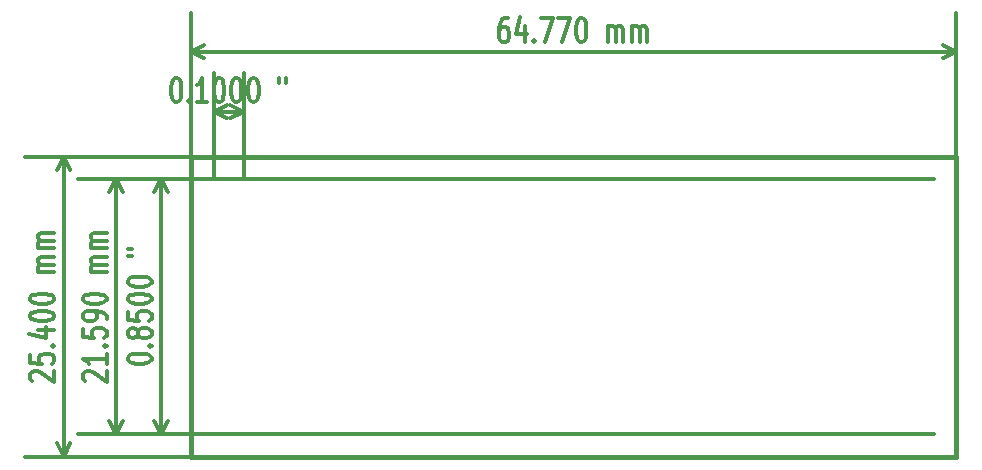
<source format=gbr>
G04 (created by PCBNEW-RS274X (2012-01-19 BZR 3256)-stable) date Wed 20 Feb 2013 03:59:13 PM COT*
G01*
G70*
G90*
%MOIN*%
G04 Gerber Fmt 3.4, Leading zero omitted, Abs format*
%FSLAX34Y34*%
G04 APERTURE LIST*
%ADD10C,0.006000*%
%ADD11C,0.015000*%
%ADD12C,0.012000*%
G04 APERTURE END LIST*
G54D10*
G54D11*
X44250Y-31250D02*
X44250Y-21250D01*
X69750Y-31250D02*
X44250Y-31250D01*
X69750Y-21250D02*
X69750Y-31250D01*
X44250Y-21250D02*
X69750Y-21250D01*
G54D12*
X54801Y-16635D02*
X54687Y-16635D01*
X54630Y-16673D01*
X54601Y-16711D01*
X54544Y-16825D01*
X54515Y-16978D01*
X54515Y-17282D01*
X54544Y-17359D01*
X54572Y-17397D01*
X54630Y-17435D01*
X54744Y-17435D01*
X54801Y-17397D01*
X54830Y-17359D01*
X54858Y-17282D01*
X54858Y-17092D01*
X54830Y-17016D01*
X54801Y-16978D01*
X54744Y-16940D01*
X54630Y-16940D01*
X54572Y-16978D01*
X54544Y-17016D01*
X54515Y-17092D01*
X55372Y-16901D02*
X55372Y-17435D01*
X55229Y-16597D02*
X55086Y-17168D01*
X55458Y-17168D01*
X55686Y-17359D02*
X55714Y-17397D01*
X55686Y-17435D01*
X55657Y-17397D01*
X55686Y-17359D01*
X55686Y-17435D01*
X55915Y-16635D02*
X56315Y-16635D01*
X56058Y-17435D01*
X56486Y-16635D02*
X56886Y-16635D01*
X56629Y-17435D01*
X57228Y-16635D02*
X57285Y-16635D01*
X57342Y-16673D01*
X57371Y-16711D01*
X57400Y-16787D01*
X57428Y-16940D01*
X57428Y-17130D01*
X57400Y-17282D01*
X57371Y-17359D01*
X57342Y-17397D01*
X57285Y-17435D01*
X57228Y-17435D01*
X57171Y-17397D01*
X57142Y-17359D01*
X57114Y-17282D01*
X57085Y-17130D01*
X57085Y-16940D01*
X57114Y-16787D01*
X57142Y-16711D01*
X57171Y-16673D01*
X57228Y-16635D01*
X58142Y-17435D02*
X58142Y-16901D01*
X58142Y-16978D02*
X58170Y-16940D01*
X58228Y-16901D01*
X58313Y-16901D01*
X58370Y-16940D01*
X58399Y-17016D01*
X58399Y-17435D01*
X58399Y-17016D02*
X58428Y-16940D01*
X58485Y-16901D01*
X58570Y-16901D01*
X58628Y-16940D01*
X58656Y-17016D01*
X58656Y-17435D01*
X58942Y-17435D02*
X58942Y-16901D01*
X58942Y-16978D02*
X58970Y-16940D01*
X59028Y-16901D01*
X59113Y-16901D01*
X59170Y-16940D01*
X59199Y-17016D01*
X59199Y-17435D01*
X59199Y-17016D02*
X59228Y-16940D01*
X59285Y-16901D01*
X59370Y-16901D01*
X59428Y-16940D01*
X59456Y-17016D01*
X59456Y-17435D01*
X44250Y-17751D02*
X69750Y-17751D01*
X44250Y-21250D02*
X44250Y-16471D01*
X69750Y-21250D02*
X69750Y-16471D01*
X69750Y-17751D02*
X69307Y-17981D01*
X69750Y-17751D02*
X69307Y-17521D01*
X44250Y-17751D02*
X44693Y-17981D01*
X44250Y-17751D02*
X44693Y-17521D01*
X38960Y-28735D02*
X38922Y-28706D01*
X38884Y-28649D01*
X38884Y-28506D01*
X38922Y-28449D01*
X38960Y-28420D01*
X39036Y-28392D01*
X39112Y-28392D01*
X39227Y-28420D01*
X39684Y-28763D01*
X39684Y-28392D01*
X38884Y-27849D02*
X38884Y-28135D01*
X39265Y-28164D01*
X39227Y-28135D01*
X39189Y-28078D01*
X39189Y-27935D01*
X39227Y-27878D01*
X39265Y-27849D01*
X39341Y-27821D01*
X39531Y-27821D01*
X39608Y-27849D01*
X39646Y-27878D01*
X39684Y-27935D01*
X39684Y-28078D01*
X39646Y-28135D01*
X39608Y-28164D01*
X39608Y-27564D02*
X39646Y-27536D01*
X39684Y-27564D01*
X39646Y-27593D01*
X39608Y-27564D01*
X39684Y-27564D01*
X39150Y-27021D02*
X39684Y-27021D01*
X38846Y-27164D02*
X39417Y-27307D01*
X39417Y-26935D01*
X38884Y-26593D02*
X38884Y-26536D01*
X38922Y-26479D01*
X38960Y-26450D01*
X39036Y-26421D01*
X39189Y-26393D01*
X39379Y-26393D01*
X39531Y-26421D01*
X39608Y-26450D01*
X39646Y-26479D01*
X39684Y-26536D01*
X39684Y-26593D01*
X39646Y-26650D01*
X39608Y-26679D01*
X39531Y-26707D01*
X39379Y-26736D01*
X39189Y-26736D01*
X39036Y-26707D01*
X38960Y-26679D01*
X38922Y-26650D01*
X38884Y-26593D01*
X38884Y-26022D02*
X38884Y-25965D01*
X38922Y-25908D01*
X38960Y-25879D01*
X39036Y-25850D01*
X39189Y-25822D01*
X39379Y-25822D01*
X39531Y-25850D01*
X39608Y-25879D01*
X39646Y-25908D01*
X39684Y-25965D01*
X39684Y-26022D01*
X39646Y-26079D01*
X39608Y-26108D01*
X39531Y-26136D01*
X39379Y-26165D01*
X39189Y-26165D01*
X39036Y-26136D01*
X38960Y-26108D01*
X38922Y-26079D01*
X38884Y-26022D01*
X39684Y-25108D02*
X39150Y-25108D01*
X39227Y-25108D02*
X39189Y-25080D01*
X39150Y-25022D01*
X39150Y-24937D01*
X39189Y-24880D01*
X39265Y-24851D01*
X39684Y-24851D01*
X39265Y-24851D02*
X39189Y-24822D01*
X39150Y-24765D01*
X39150Y-24680D01*
X39189Y-24622D01*
X39265Y-24594D01*
X39684Y-24594D01*
X39684Y-24308D02*
X39150Y-24308D01*
X39227Y-24308D02*
X39189Y-24280D01*
X39150Y-24222D01*
X39150Y-24137D01*
X39189Y-24080D01*
X39265Y-24051D01*
X39684Y-24051D01*
X39265Y-24051D02*
X39189Y-24022D01*
X39150Y-23965D01*
X39150Y-23880D01*
X39189Y-23822D01*
X39265Y-23794D01*
X39684Y-23794D01*
X40000Y-31250D02*
X40000Y-21250D01*
X44250Y-31250D02*
X38720Y-31250D01*
X44250Y-21250D02*
X38720Y-21250D01*
X40000Y-21250D02*
X40230Y-21693D01*
X40000Y-21250D02*
X39770Y-21693D01*
X40000Y-31250D02*
X40230Y-30807D01*
X40000Y-31250D02*
X39770Y-30807D01*
X43730Y-18635D02*
X43787Y-18635D01*
X43844Y-18673D01*
X43873Y-18711D01*
X43902Y-18787D01*
X43930Y-18940D01*
X43930Y-19130D01*
X43902Y-19282D01*
X43873Y-19359D01*
X43844Y-19397D01*
X43787Y-19435D01*
X43730Y-19435D01*
X43673Y-19397D01*
X43644Y-19359D01*
X43616Y-19282D01*
X43587Y-19130D01*
X43587Y-18940D01*
X43616Y-18787D01*
X43644Y-18711D01*
X43673Y-18673D01*
X43730Y-18635D01*
X44187Y-19359D02*
X44215Y-19397D01*
X44187Y-19435D01*
X44158Y-19397D01*
X44187Y-19359D01*
X44187Y-19435D01*
X44787Y-19435D02*
X44444Y-19435D01*
X44616Y-19435D02*
X44616Y-18635D01*
X44559Y-18749D01*
X44501Y-18825D01*
X44444Y-18863D01*
X45158Y-18635D02*
X45215Y-18635D01*
X45272Y-18673D01*
X45301Y-18711D01*
X45330Y-18787D01*
X45358Y-18940D01*
X45358Y-19130D01*
X45330Y-19282D01*
X45301Y-19359D01*
X45272Y-19397D01*
X45215Y-19435D01*
X45158Y-19435D01*
X45101Y-19397D01*
X45072Y-19359D01*
X45044Y-19282D01*
X45015Y-19130D01*
X45015Y-18940D01*
X45044Y-18787D01*
X45072Y-18711D01*
X45101Y-18673D01*
X45158Y-18635D01*
X45729Y-18635D02*
X45786Y-18635D01*
X45843Y-18673D01*
X45872Y-18711D01*
X45901Y-18787D01*
X45929Y-18940D01*
X45929Y-19130D01*
X45901Y-19282D01*
X45872Y-19359D01*
X45843Y-19397D01*
X45786Y-19435D01*
X45729Y-19435D01*
X45672Y-19397D01*
X45643Y-19359D01*
X45615Y-19282D01*
X45586Y-19130D01*
X45586Y-18940D01*
X45615Y-18787D01*
X45643Y-18711D01*
X45672Y-18673D01*
X45729Y-18635D01*
X46300Y-18635D02*
X46357Y-18635D01*
X46414Y-18673D01*
X46443Y-18711D01*
X46472Y-18787D01*
X46500Y-18940D01*
X46500Y-19130D01*
X46472Y-19282D01*
X46443Y-19359D01*
X46414Y-19397D01*
X46357Y-19435D01*
X46300Y-19435D01*
X46243Y-19397D01*
X46214Y-19359D01*
X46186Y-19282D01*
X46157Y-19130D01*
X46157Y-18940D01*
X46186Y-18787D01*
X46214Y-18711D01*
X46243Y-18673D01*
X46300Y-18635D01*
X47185Y-18635D02*
X47185Y-18787D01*
X47414Y-18635D02*
X47414Y-18787D01*
X45000Y-19751D02*
X46000Y-19751D01*
X45000Y-22000D02*
X45000Y-18471D01*
X46000Y-22000D02*
X46000Y-18471D01*
X46000Y-19751D02*
X45557Y-19981D01*
X46000Y-19751D02*
X45557Y-19521D01*
X45000Y-19751D02*
X45443Y-19981D01*
X45000Y-19751D02*
X45443Y-19521D01*
X42134Y-28020D02*
X42134Y-27963D01*
X42172Y-27906D01*
X42210Y-27877D01*
X42286Y-27848D01*
X42439Y-27820D01*
X42629Y-27820D01*
X42781Y-27848D01*
X42858Y-27877D01*
X42896Y-27906D01*
X42934Y-27963D01*
X42934Y-28020D01*
X42896Y-28077D01*
X42858Y-28106D01*
X42781Y-28134D01*
X42629Y-28163D01*
X42439Y-28163D01*
X42286Y-28134D01*
X42210Y-28106D01*
X42172Y-28077D01*
X42134Y-28020D01*
X42858Y-27563D02*
X42896Y-27535D01*
X42934Y-27563D01*
X42896Y-27592D01*
X42858Y-27563D01*
X42934Y-27563D01*
X42477Y-27191D02*
X42439Y-27249D01*
X42400Y-27277D01*
X42324Y-27306D01*
X42286Y-27306D01*
X42210Y-27277D01*
X42172Y-27249D01*
X42134Y-27191D01*
X42134Y-27077D01*
X42172Y-27020D01*
X42210Y-26991D01*
X42286Y-26963D01*
X42324Y-26963D01*
X42400Y-26991D01*
X42439Y-27020D01*
X42477Y-27077D01*
X42477Y-27191D01*
X42515Y-27249D01*
X42553Y-27277D01*
X42629Y-27306D01*
X42781Y-27306D01*
X42858Y-27277D01*
X42896Y-27249D01*
X42934Y-27191D01*
X42934Y-27077D01*
X42896Y-27020D01*
X42858Y-26991D01*
X42781Y-26963D01*
X42629Y-26963D01*
X42553Y-26991D01*
X42515Y-27020D01*
X42477Y-27077D01*
X42134Y-26420D02*
X42134Y-26706D01*
X42515Y-26735D01*
X42477Y-26706D01*
X42439Y-26649D01*
X42439Y-26506D01*
X42477Y-26449D01*
X42515Y-26420D01*
X42591Y-26392D01*
X42781Y-26392D01*
X42858Y-26420D01*
X42896Y-26449D01*
X42934Y-26506D01*
X42934Y-26649D01*
X42896Y-26706D01*
X42858Y-26735D01*
X42134Y-26021D02*
X42134Y-25964D01*
X42172Y-25907D01*
X42210Y-25878D01*
X42286Y-25849D01*
X42439Y-25821D01*
X42629Y-25821D01*
X42781Y-25849D01*
X42858Y-25878D01*
X42896Y-25907D01*
X42934Y-25964D01*
X42934Y-26021D01*
X42896Y-26078D01*
X42858Y-26107D01*
X42781Y-26135D01*
X42629Y-26164D01*
X42439Y-26164D01*
X42286Y-26135D01*
X42210Y-26107D01*
X42172Y-26078D01*
X42134Y-26021D01*
X42134Y-25450D02*
X42134Y-25393D01*
X42172Y-25336D01*
X42210Y-25307D01*
X42286Y-25278D01*
X42439Y-25250D01*
X42629Y-25250D01*
X42781Y-25278D01*
X42858Y-25307D01*
X42896Y-25336D01*
X42934Y-25393D01*
X42934Y-25450D01*
X42896Y-25507D01*
X42858Y-25536D01*
X42781Y-25564D01*
X42629Y-25593D01*
X42439Y-25593D01*
X42286Y-25564D01*
X42210Y-25536D01*
X42172Y-25507D01*
X42134Y-25450D01*
X42134Y-24565D02*
X42286Y-24565D01*
X42134Y-24336D02*
X42286Y-24336D01*
X43250Y-30500D02*
X43250Y-22000D01*
X45000Y-30500D02*
X41970Y-30500D01*
X45000Y-22000D02*
X41970Y-22000D01*
X43250Y-22000D02*
X43480Y-22443D01*
X43250Y-22000D02*
X43020Y-22443D01*
X43250Y-30500D02*
X43480Y-30057D01*
X43250Y-30500D02*
X43020Y-30057D01*
X40710Y-28735D02*
X40672Y-28706D01*
X40634Y-28649D01*
X40634Y-28506D01*
X40672Y-28449D01*
X40710Y-28420D01*
X40786Y-28392D01*
X40862Y-28392D01*
X40977Y-28420D01*
X41434Y-28763D01*
X41434Y-28392D01*
X41434Y-27821D02*
X41434Y-28164D01*
X41434Y-27992D02*
X40634Y-27992D01*
X40748Y-28049D01*
X40824Y-28107D01*
X40862Y-28164D01*
X41358Y-27564D02*
X41396Y-27536D01*
X41434Y-27564D01*
X41396Y-27593D01*
X41358Y-27564D01*
X41434Y-27564D01*
X40634Y-26992D02*
X40634Y-27278D01*
X41015Y-27307D01*
X40977Y-27278D01*
X40939Y-27221D01*
X40939Y-27078D01*
X40977Y-27021D01*
X41015Y-26992D01*
X41091Y-26964D01*
X41281Y-26964D01*
X41358Y-26992D01*
X41396Y-27021D01*
X41434Y-27078D01*
X41434Y-27221D01*
X41396Y-27278D01*
X41358Y-27307D01*
X41434Y-26679D02*
X41434Y-26564D01*
X41396Y-26507D01*
X41358Y-26479D01*
X41243Y-26421D01*
X41091Y-26393D01*
X40786Y-26393D01*
X40710Y-26421D01*
X40672Y-26450D01*
X40634Y-26507D01*
X40634Y-26621D01*
X40672Y-26679D01*
X40710Y-26707D01*
X40786Y-26736D01*
X40977Y-26736D01*
X41053Y-26707D01*
X41091Y-26679D01*
X41129Y-26621D01*
X41129Y-26507D01*
X41091Y-26450D01*
X41053Y-26421D01*
X40977Y-26393D01*
X40634Y-26022D02*
X40634Y-25965D01*
X40672Y-25908D01*
X40710Y-25879D01*
X40786Y-25850D01*
X40939Y-25822D01*
X41129Y-25822D01*
X41281Y-25850D01*
X41358Y-25879D01*
X41396Y-25908D01*
X41434Y-25965D01*
X41434Y-26022D01*
X41396Y-26079D01*
X41358Y-26108D01*
X41281Y-26136D01*
X41129Y-26165D01*
X40939Y-26165D01*
X40786Y-26136D01*
X40710Y-26108D01*
X40672Y-26079D01*
X40634Y-26022D01*
X41434Y-25108D02*
X40900Y-25108D01*
X40977Y-25108D02*
X40939Y-25080D01*
X40900Y-25022D01*
X40900Y-24937D01*
X40939Y-24880D01*
X41015Y-24851D01*
X41434Y-24851D01*
X41015Y-24851D02*
X40939Y-24822D01*
X40900Y-24765D01*
X40900Y-24680D01*
X40939Y-24622D01*
X41015Y-24594D01*
X41434Y-24594D01*
X41434Y-24308D02*
X40900Y-24308D01*
X40977Y-24308D02*
X40939Y-24280D01*
X40900Y-24222D01*
X40900Y-24137D01*
X40939Y-24080D01*
X41015Y-24051D01*
X41434Y-24051D01*
X41015Y-24051D02*
X40939Y-24022D01*
X40900Y-23965D01*
X40900Y-23880D01*
X40939Y-23822D01*
X41015Y-23794D01*
X41434Y-23794D01*
X41750Y-30500D02*
X41750Y-22000D01*
X69000Y-30500D02*
X40470Y-30500D01*
X69000Y-22000D02*
X40470Y-22000D01*
X41750Y-22000D02*
X41980Y-22443D01*
X41750Y-22000D02*
X41520Y-22443D01*
X41750Y-30500D02*
X41980Y-30057D01*
X41750Y-30500D02*
X41520Y-30057D01*
M02*

</source>
